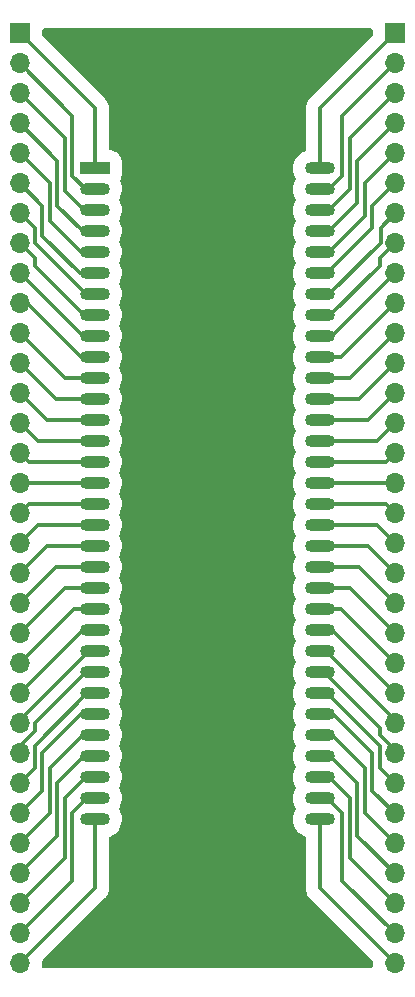
<source format=gbl>
G04 #@! TF.GenerationSoftware,KiCad,Pcbnew,(6.0.9)*
G04 #@! TF.CreationDate,2022-12-02T20:28:39-05:00*
G04 #@! TF.ProjectId,DIP 68 1.778mm adaptor,44495020-3638-4203-912e-3737386d6d20,rev?*
G04 #@! TF.SameCoordinates,Original*
G04 #@! TF.FileFunction,Copper,L2,Bot*
G04 #@! TF.FilePolarity,Positive*
%FSLAX46Y46*%
G04 Gerber Fmt 4.6, Leading zero omitted, Abs format (unit mm)*
G04 Created by KiCad (PCBNEW (6.0.9)) date 2022-12-02 20:28:39*
%MOMM*%
%LPD*%
G01*
G04 APERTURE LIST*
G04 #@! TA.AperFunction,ComponentPad*
%ADD10R,2.540000X1.016000*%
G04 #@! TD*
G04 #@! TA.AperFunction,ComponentPad*
%ADD11O,2.540000X1.016000*%
G04 #@! TD*
G04 #@! TA.AperFunction,ComponentPad*
%ADD12R,1.700000X1.700000*%
G04 #@! TD*
G04 #@! TA.AperFunction,ComponentPad*
%ADD13O,1.700000X1.700000*%
G04 #@! TD*
G04 #@! TA.AperFunction,Conductor*
%ADD14C,0.333000*%
G04 #@! TD*
G04 #@! TA.AperFunction,Conductor*
%ADD15C,0.250000*%
G04 #@! TD*
G04 APERTURE END LIST*
D10*
X118110000Y-57150000D03*
D11*
X118110000Y-58928000D03*
X118110000Y-60706000D03*
X118110000Y-62484000D03*
X118110000Y-64262000D03*
X118110000Y-66040000D03*
X118110000Y-67818000D03*
X118110000Y-69596000D03*
X118110000Y-71374000D03*
X118110000Y-73152000D03*
X118110000Y-74930000D03*
X118110000Y-76708000D03*
X118110000Y-78486000D03*
X118110000Y-80264000D03*
X118110000Y-82042000D03*
X118110000Y-83820000D03*
X118110000Y-85598000D03*
X118110000Y-87376000D03*
X118110000Y-89154000D03*
X118110000Y-90932000D03*
X118110000Y-92710000D03*
X118110000Y-94488000D03*
X118110000Y-96266000D03*
X118110000Y-98044000D03*
X118110000Y-99822000D03*
X118110000Y-101600000D03*
X118110000Y-103378000D03*
X118110000Y-105156000D03*
X118110000Y-106934000D03*
X118110000Y-108712000D03*
X118110000Y-110490000D03*
X118110000Y-112268000D03*
X137160000Y-112268000D03*
X137160000Y-110490000D03*
X137160000Y-108712000D03*
X137160000Y-106934000D03*
X137160000Y-105156000D03*
X137160000Y-103378000D03*
X137160000Y-101600000D03*
X137160000Y-99822000D03*
X137160000Y-98044000D03*
X137160000Y-96266000D03*
X137160000Y-94488000D03*
X137160000Y-92710000D03*
X137160000Y-90932000D03*
X137160000Y-89154000D03*
X137160000Y-87376000D03*
X137160000Y-85598000D03*
X137160000Y-83820000D03*
X137160000Y-82042000D03*
X137160000Y-80264000D03*
X137160000Y-78486000D03*
X137160000Y-76708000D03*
X137160000Y-74930000D03*
X137160000Y-73152000D03*
X137160000Y-71374000D03*
X137160000Y-69596000D03*
X137160000Y-67818000D03*
X137160000Y-66040000D03*
X137160000Y-64262000D03*
X137160000Y-62484000D03*
X137160000Y-60706000D03*
X137160000Y-58928000D03*
X137160000Y-57150000D03*
D12*
X143510000Y-45720000D03*
D13*
X143510000Y-48260000D03*
X143510000Y-50800000D03*
X143510000Y-53340000D03*
X143510000Y-55880000D03*
X143510000Y-58420000D03*
X143510000Y-60960000D03*
X143510000Y-63500000D03*
X143510000Y-66040000D03*
X143510000Y-68580000D03*
X143510000Y-71120000D03*
X143510000Y-73660000D03*
X143510000Y-76200000D03*
X143510000Y-78740000D03*
X143510000Y-81280000D03*
X143510000Y-83820000D03*
X143510000Y-86360000D03*
X143510000Y-88900000D03*
X143510000Y-91440000D03*
X143510000Y-93980000D03*
X143510000Y-96520000D03*
X143510000Y-99060000D03*
X143510000Y-101600000D03*
X143510000Y-104140000D03*
X143510000Y-106680000D03*
X143510000Y-109220000D03*
X143510000Y-111760000D03*
X143510000Y-114300000D03*
X143510000Y-116840000D03*
X143510000Y-119380000D03*
X143510000Y-121920000D03*
X143510000Y-124460000D03*
D12*
X111760000Y-45720000D03*
D13*
X111760000Y-48260000D03*
X111760000Y-50800000D03*
X111760000Y-53340000D03*
X111760000Y-55880000D03*
X111760000Y-58420000D03*
X111760000Y-60960000D03*
X111760000Y-63500000D03*
X111760000Y-66040000D03*
X111760000Y-68580000D03*
X111760000Y-71120000D03*
X111760000Y-73660000D03*
X111760000Y-76200000D03*
X111760000Y-78740000D03*
X111760000Y-81280000D03*
X111760000Y-83820000D03*
X111760000Y-86360000D03*
X111760000Y-88900000D03*
X111760000Y-91440000D03*
X111760000Y-93980000D03*
X111760000Y-96520000D03*
X111760000Y-99060000D03*
X111760000Y-101600000D03*
X111760000Y-104140000D03*
X111760000Y-106680000D03*
X111760000Y-109220000D03*
X111760000Y-111760000D03*
X111760000Y-114300000D03*
X111760000Y-116840000D03*
X111760000Y-119380000D03*
X111760000Y-121920000D03*
X111760000Y-124460000D03*
D14*
X111760000Y-45720000D02*
X118110000Y-52070000D01*
X118110000Y-52070000D02*
X118110000Y-57150000D01*
X116205000Y-52705000D02*
X116205000Y-57785000D01*
X117348000Y-58928000D02*
X118110000Y-58928000D01*
X116205000Y-57785000D02*
X117348000Y-58928000D01*
X111760000Y-48260000D02*
X116205000Y-52705000D01*
X115570000Y-59055000D02*
X117221000Y-60706000D01*
X115570000Y-54610000D02*
X111760000Y-50800000D01*
X115570000Y-54610000D02*
X115570000Y-59055000D01*
X117221000Y-60706000D02*
X118110000Y-60706000D01*
X114935000Y-60325000D02*
X114935000Y-56515000D01*
X117094000Y-62484000D02*
X114935000Y-60325000D01*
X118110000Y-62484000D02*
X117094000Y-62484000D01*
X114935000Y-56515000D02*
X111760000Y-53340000D01*
X116967000Y-64262000D02*
X114300000Y-61595000D01*
X114300000Y-58420000D02*
X111760000Y-55880000D01*
X118110000Y-64262000D02*
X116967000Y-64262000D01*
X114300000Y-61595000D02*
X114300000Y-58420000D01*
X116840000Y-66040000D02*
X113665000Y-62865000D01*
X118110000Y-66040000D02*
X116840000Y-66040000D01*
X113665000Y-60325000D02*
X111760000Y-58420000D01*
X113665000Y-62865000D02*
X113665000Y-60325000D01*
X113030000Y-62230000D02*
X113030000Y-63500000D01*
X113030000Y-63500000D02*
X117348000Y-67818000D01*
X111760000Y-60960000D02*
X113030000Y-62230000D01*
X117348000Y-67818000D02*
X118110000Y-67818000D01*
X111760000Y-63500000D02*
X113030000Y-64770000D01*
X118110000Y-69596000D02*
X117221000Y-69596000D01*
X113030000Y-65405000D02*
X113030000Y-64770000D01*
X117221000Y-69596000D02*
X113030000Y-65405000D01*
X111760000Y-66040000D02*
X117094000Y-71374000D01*
X117094000Y-71374000D02*
X118110000Y-71374000D01*
X116967000Y-73152000D02*
X112395000Y-68580000D01*
X112395000Y-68580000D02*
X111760000Y-68580000D01*
X118110000Y-73152000D02*
X116967000Y-73152000D01*
X115570000Y-74930000D02*
X118110000Y-74930000D01*
X111760000Y-71120000D02*
X115570000Y-74930000D01*
X114808000Y-76708000D02*
X118110000Y-76708000D01*
X111760000Y-73660000D02*
X114808000Y-76708000D01*
X114046000Y-78486000D02*
X118110000Y-78486000D01*
X111760000Y-76200000D02*
X114046000Y-78486000D01*
X113284000Y-80264000D02*
X118110000Y-80264000D01*
X111760000Y-78740000D02*
X113284000Y-80264000D01*
X111760000Y-81280000D02*
X112522000Y-82042000D01*
X112522000Y-82042000D02*
X118110000Y-82042000D01*
X118110000Y-83820000D02*
X111760000Y-83820000D01*
X112522000Y-85598000D02*
X111760000Y-86360000D01*
X118110000Y-85598000D02*
X112522000Y-85598000D01*
X118110000Y-87376000D02*
X113284000Y-87376000D01*
X113284000Y-87376000D02*
X111760000Y-88900000D01*
X118110000Y-89154000D02*
X114046000Y-89154000D01*
X114046000Y-89154000D02*
X111760000Y-91440000D01*
X114808000Y-90932000D02*
X111760000Y-93980000D01*
X118110000Y-90932000D02*
X114808000Y-90932000D01*
X118110000Y-92710000D02*
X115570000Y-92710000D01*
X115570000Y-92710000D02*
X111760000Y-96520000D01*
X118110000Y-94488000D02*
X116332000Y-94488000D01*
X116332000Y-94488000D02*
X111760000Y-99060000D01*
X118110000Y-96266000D02*
X117094000Y-96266000D01*
X117094000Y-96266000D02*
X111760000Y-101600000D01*
X111760000Y-104140000D02*
X111760000Y-103886000D01*
X118110000Y-98044000D02*
X117856000Y-98044000D01*
X111760000Y-103886000D02*
X117602000Y-98044000D01*
D15*
X117602000Y-98044000D02*
X118110000Y-98044000D01*
D14*
X113030000Y-104775000D02*
X113030000Y-104140000D01*
X113030000Y-104140000D02*
X117348000Y-99822000D01*
X111760000Y-106045000D02*
X113030000Y-104775000D01*
X117348000Y-99822000D02*
X118110000Y-99822000D01*
X111760000Y-106680000D02*
X111760000Y-106045000D01*
X117475000Y-101600000D02*
X118110000Y-101600000D01*
X113030000Y-107950000D02*
X113030000Y-106045000D01*
X111760000Y-109220000D02*
X113030000Y-107950000D01*
X113030000Y-106045000D02*
X117475000Y-101600000D01*
X111760000Y-111760000D02*
X113665000Y-109855000D01*
X113665000Y-109855000D02*
X113665000Y-106680000D01*
X116967000Y-103378000D02*
X118110000Y-103378000D01*
X113665000Y-106680000D02*
X116967000Y-103378000D01*
X111760000Y-114300000D02*
X114300000Y-111760000D01*
X117094000Y-105156000D02*
X118110000Y-105156000D01*
X114300000Y-107950000D02*
X117094000Y-105156000D01*
X114300000Y-111760000D02*
X114300000Y-107950000D01*
X114935000Y-109220000D02*
X117221000Y-106934000D01*
X117221000Y-106934000D02*
X118110000Y-106934000D01*
X111760000Y-116840000D02*
X114935000Y-113665000D01*
X114935000Y-113665000D02*
X114935000Y-109220000D01*
X111760000Y-119380000D02*
X115570000Y-115570000D01*
X115570000Y-110490000D02*
X117348000Y-108712000D01*
X115570000Y-115570000D02*
X115570000Y-110490000D01*
X117348000Y-108712000D02*
X118110000Y-108712000D01*
X116205000Y-111760000D02*
X117475000Y-110490000D01*
X111760000Y-121920000D02*
X116205000Y-117475000D01*
X117475000Y-110490000D02*
X118110000Y-110490000D01*
X116205000Y-112174270D02*
X116205000Y-111760000D01*
X116205000Y-117475000D02*
X116205000Y-112174270D01*
X118110000Y-118110000D02*
X118110000Y-112268000D01*
X111760000Y-124460000D02*
X118110000Y-118110000D01*
X137160000Y-52070000D02*
X137160000Y-57150000D01*
X143510000Y-45720000D02*
X137160000Y-52070000D01*
X139065000Y-57785000D02*
X139065000Y-52705000D01*
X139065000Y-52705000D02*
X143510000Y-48260000D01*
X137160000Y-58928000D02*
X137922000Y-58928000D01*
X137922000Y-58928000D02*
X139065000Y-57785000D01*
X139700000Y-58928000D02*
X139700000Y-54610000D01*
X137922000Y-60706000D02*
X139700000Y-58928000D01*
X137160000Y-60706000D02*
X137922000Y-60706000D01*
X139700000Y-54610000D02*
X143510000Y-50800000D01*
X137922000Y-62484000D02*
X140335000Y-60071000D01*
X140335000Y-56515000D02*
X143510000Y-53340000D01*
X137160000Y-62484000D02*
X137922000Y-62484000D01*
X140335000Y-60071000D02*
X140335000Y-56515000D01*
X137160000Y-64262000D02*
X137922000Y-64262000D01*
X137922000Y-64262000D02*
X140970000Y-61214000D01*
X140970000Y-61214000D02*
X140970000Y-58420000D01*
X140970000Y-58420000D02*
X143510000Y-55880000D01*
X137160000Y-66040000D02*
X137795000Y-66040000D01*
X141605000Y-62230000D02*
X141605000Y-60325000D01*
X141605000Y-60325000D02*
X143510000Y-58420000D01*
X137795000Y-66040000D02*
X141605000Y-62230000D01*
X142293500Y-63446500D02*
X137922000Y-67818000D01*
X143510000Y-60960000D02*
X142293500Y-62176500D01*
X137922000Y-67818000D02*
X137160000Y-67818000D01*
X142293500Y-62176500D02*
X142293500Y-63446500D01*
X138049000Y-69596000D02*
X137160000Y-69596000D01*
X143510000Y-63500000D02*
X142240000Y-64770000D01*
X142240000Y-64770000D02*
X142240000Y-65405000D01*
X142240000Y-65405000D02*
X138049000Y-69596000D01*
X143510000Y-66040000D02*
X138176000Y-71374000D01*
X138176000Y-71374000D02*
X137160000Y-71374000D01*
X143510000Y-68580000D02*
X138938000Y-73152000D01*
X138938000Y-73152000D02*
X137160000Y-73152000D01*
X143510000Y-71120000D02*
X139700000Y-74930000D01*
X139700000Y-74930000D02*
X137160000Y-74930000D01*
X143510000Y-73660000D02*
X140462000Y-76708000D01*
X140462000Y-76708000D02*
X137160000Y-76708000D01*
X143510000Y-76200000D02*
X141224000Y-78486000D01*
X141224000Y-78486000D02*
X137160000Y-78486000D01*
X143510000Y-78740000D02*
X141986000Y-80264000D01*
X141986000Y-80264000D02*
X137160000Y-80264000D01*
X143510000Y-81280000D02*
X142748000Y-82042000D01*
X142748000Y-82042000D02*
X137160000Y-82042000D01*
X137160000Y-83820000D02*
X143510000Y-83820000D01*
X142748000Y-85598000D02*
X137160000Y-85598000D01*
X143510000Y-86360000D02*
X142748000Y-85598000D01*
X141986000Y-87376000D02*
X137160000Y-87376000D01*
X143510000Y-88900000D02*
X141986000Y-87376000D01*
X143510000Y-91440000D02*
X141224000Y-89154000D01*
X141224000Y-89154000D02*
X137160000Y-89154000D01*
X143510000Y-93980000D02*
X140462000Y-90932000D01*
X140462000Y-90932000D02*
X137160000Y-90932000D01*
X143510000Y-96520000D02*
X139700000Y-92710000D01*
X139700000Y-92710000D02*
X137160000Y-92710000D01*
X138938000Y-94488000D02*
X137160000Y-94488000D01*
X143510000Y-99060000D02*
X138938000Y-94488000D01*
X138176000Y-96266000D02*
X137160000Y-96266000D01*
X143510000Y-101600000D02*
X138176000Y-96266000D01*
X137160000Y-98044000D02*
X137668000Y-98044000D01*
X143510000Y-103886000D02*
X143510000Y-104140000D01*
X137668000Y-98044000D02*
X143510000Y-103886000D01*
X142240000Y-104521000D02*
X137541000Y-99822000D01*
X143510000Y-106426000D02*
X142240000Y-105156000D01*
X143510000Y-106680000D02*
X143510000Y-106426000D01*
X137541000Y-99822000D02*
X137160000Y-99822000D01*
X142240000Y-105156000D02*
X142240000Y-104521000D01*
X137160000Y-101600000D02*
X137795000Y-101600000D01*
X142240000Y-106045000D02*
X142240000Y-107950000D01*
X137795000Y-101600000D02*
X142240000Y-106045000D01*
X142240000Y-107950000D02*
X143510000Y-109220000D01*
X137160000Y-103378000D02*
X138303000Y-103378000D01*
X141605000Y-106680000D02*
X141605000Y-109855000D01*
X138303000Y-103378000D02*
X141605000Y-106680000D01*
X141605000Y-109855000D02*
X143510000Y-111760000D01*
X140970000Y-107950000D02*
X140970000Y-111760000D01*
X140970000Y-111760000D02*
X143510000Y-114300000D01*
X138176000Y-105156000D02*
X140970000Y-107950000D01*
X137160000Y-105156000D02*
X138176000Y-105156000D01*
X140335000Y-113665000D02*
X143510000Y-116840000D01*
X140335000Y-109220000D02*
X140335000Y-113665000D01*
X137160000Y-106934000D02*
X138049000Y-106934000D01*
X138049000Y-106934000D02*
X140335000Y-109220000D01*
X137922000Y-108712000D02*
X139700000Y-110490000D01*
X139700000Y-110490000D02*
X139700000Y-115570000D01*
X139700000Y-115570000D02*
X143510000Y-119380000D01*
X137160000Y-108712000D02*
X137922000Y-108712000D01*
X137795000Y-110490000D02*
X139065000Y-111760000D01*
X137160000Y-110490000D02*
X137795000Y-110490000D01*
X139065000Y-117475000D02*
X143510000Y-121920000D01*
X139065000Y-111760000D02*
X139065000Y-117475000D01*
X137160000Y-118110000D02*
X137160000Y-112268000D01*
X143510000Y-124460000D02*
X137160000Y-118110000D01*
G04 #@! TA.AperFunction,NonConductor*
G36*
X141487319Y-45295258D02*
G01*
X141569398Y-45350102D01*
X141624242Y-45432181D01*
X141643500Y-45529000D01*
X141643500Y-45808689D01*
X141624242Y-45905508D01*
X141569398Y-45987587D01*
X136357630Y-51199355D01*
X136345564Y-51210656D01*
X136298206Y-51252188D01*
X136242511Y-51322837D01*
X136238399Y-51327915D01*
X136180882Y-51397071D01*
X136175216Y-51407189D01*
X136174485Y-51408252D01*
X136173472Y-51409627D01*
X136172368Y-51411279D01*
X136171483Y-51412745D01*
X136170783Y-51413823D01*
X136163602Y-51422932D01*
X136121727Y-51502524D01*
X136118591Y-51508299D01*
X136074646Y-51586769D01*
X136070914Y-51597763D01*
X136070405Y-51598907D01*
X136069646Y-51600472D01*
X136068865Y-51602289D01*
X136068264Y-51603885D01*
X136067768Y-51605083D01*
X136062368Y-51615346D01*
X136058929Y-51626422D01*
X136035695Y-51701250D01*
X136033653Y-51707532D01*
X136004759Y-51792652D01*
X136003094Y-51804131D01*
X136002796Y-51805374D01*
X136002336Y-51807047D01*
X136001904Y-51808957D01*
X136001604Y-51810637D01*
X136001334Y-51811909D01*
X135997894Y-51822987D01*
X135995955Y-51839369D01*
X135987326Y-51912271D01*
X135986462Y-51918835D01*
X135973560Y-52007821D01*
X135974015Y-52019405D01*
X135974015Y-52019407D01*
X135976805Y-52090411D01*
X135977000Y-52100344D01*
X135977000Y-55505054D01*
X135957742Y-55601873D01*
X135902898Y-55683952D01*
X135822856Y-55737941D01*
X135689407Y-55794587D01*
X135680813Y-55799999D01*
X135680811Y-55800000D01*
X135490418Y-55919896D01*
X135490412Y-55919900D01*
X135481817Y-55925313D01*
X135297799Y-56087548D01*
X135142085Y-56277116D01*
X135136980Y-56285887D01*
X135136976Y-56285893D01*
X135023790Y-56480367D01*
X135018683Y-56489142D01*
X134930768Y-56718170D01*
X134880600Y-56958308D01*
X134869472Y-57203377D01*
X134897668Y-57447074D01*
X134964465Y-57683127D01*
X134968759Y-57692337D01*
X134968760Y-57692338D01*
X135063844Y-57896248D01*
X135063847Y-57896253D01*
X135068142Y-57905464D01*
X135073857Y-57913873D01*
X135076303Y-57918179D01*
X135107380Y-58011876D01*
X135100236Y-58110332D01*
X135074982Y-58170409D01*
X135027967Y-58251191D01*
X135018683Y-58267142D01*
X134930768Y-58496170D01*
X134880600Y-58736308D01*
X134869472Y-58981377D01*
X134897668Y-59225074D01*
X134900434Y-59234848D01*
X134900434Y-59234849D01*
X134938485Y-59369315D01*
X134964465Y-59461127D01*
X134968759Y-59470337D01*
X134968760Y-59470338D01*
X135063844Y-59674248D01*
X135063847Y-59674253D01*
X135068142Y-59683464D01*
X135073857Y-59691873D01*
X135076303Y-59696179D01*
X135107380Y-59789876D01*
X135100236Y-59888332D01*
X135074982Y-59948409D01*
X135023793Y-60036362D01*
X135018683Y-60045142D01*
X134930768Y-60274170D01*
X134880600Y-60514308D01*
X134869472Y-60759377D01*
X134897668Y-61003074D01*
X134900434Y-61012848D01*
X134900434Y-61012849D01*
X134938485Y-61147315D01*
X134964465Y-61239127D01*
X134968759Y-61248337D01*
X134968760Y-61248338D01*
X135063844Y-61452248D01*
X135063847Y-61452253D01*
X135068142Y-61461464D01*
X135073857Y-61469873D01*
X135076303Y-61474179D01*
X135107380Y-61567876D01*
X135100236Y-61666332D01*
X135074982Y-61726409D01*
X135023793Y-61814362D01*
X135018683Y-61823142D01*
X134930768Y-62052170D01*
X134880600Y-62292308D01*
X134869472Y-62537377D01*
X134897668Y-62781074D01*
X134900434Y-62790848D01*
X134900434Y-62790849D01*
X134938485Y-62925315D01*
X134964465Y-63017127D01*
X134968759Y-63026337D01*
X134968760Y-63026338D01*
X135063844Y-63230248D01*
X135063847Y-63230253D01*
X135068142Y-63239464D01*
X135073857Y-63247873D01*
X135076303Y-63252179D01*
X135107380Y-63345876D01*
X135100236Y-63444332D01*
X135074982Y-63504409D01*
X135023793Y-63592362D01*
X135018683Y-63601142D01*
X134930768Y-63830170D01*
X134880600Y-64070308D01*
X134869472Y-64315377D01*
X134897668Y-64559074D01*
X134900434Y-64568848D01*
X134900434Y-64568849D01*
X134938485Y-64703315D01*
X134964465Y-64795127D01*
X134968759Y-64804337D01*
X134968760Y-64804338D01*
X135063844Y-65008248D01*
X135063847Y-65008253D01*
X135068142Y-65017464D01*
X135073857Y-65025873D01*
X135076303Y-65030179D01*
X135107380Y-65123876D01*
X135100236Y-65222332D01*
X135074982Y-65282409D01*
X135023793Y-65370362D01*
X135018683Y-65379142D01*
X134930768Y-65608170D01*
X134880600Y-65848308D01*
X134869472Y-66093377D01*
X134897668Y-66337074D01*
X134900434Y-66346848D01*
X134900434Y-66346849D01*
X134938485Y-66481315D01*
X134964465Y-66573127D01*
X134968759Y-66582337D01*
X134968760Y-66582338D01*
X135063844Y-66786248D01*
X135063847Y-66786253D01*
X135068142Y-66795464D01*
X135073857Y-66803873D01*
X135076303Y-66808179D01*
X135107380Y-66901876D01*
X135100236Y-67000332D01*
X135074982Y-67060409D01*
X135023793Y-67148362D01*
X135018683Y-67157142D01*
X134930768Y-67386170D01*
X134880600Y-67626308D01*
X134869472Y-67871377D01*
X134897668Y-68115074D01*
X134900434Y-68124848D01*
X134900434Y-68124849D01*
X134938485Y-68259315D01*
X134964465Y-68351127D01*
X134968759Y-68360337D01*
X134968760Y-68360338D01*
X135063844Y-68564248D01*
X135063847Y-68564253D01*
X135068142Y-68573464D01*
X135073857Y-68581873D01*
X135076303Y-68586179D01*
X135107380Y-68679876D01*
X135100236Y-68778332D01*
X135074982Y-68838409D01*
X135023793Y-68926362D01*
X135018683Y-68935142D01*
X134930768Y-69164170D01*
X134880600Y-69404308D01*
X134869472Y-69649377D01*
X134897668Y-69893074D01*
X134900434Y-69902848D01*
X134900434Y-69902849D01*
X134938485Y-70037315D01*
X134964465Y-70129127D01*
X134968759Y-70138337D01*
X134968760Y-70138338D01*
X135063844Y-70342248D01*
X135063847Y-70342253D01*
X135068142Y-70351464D01*
X135073857Y-70359873D01*
X135076303Y-70364179D01*
X135107380Y-70457876D01*
X135100236Y-70556332D01*
X135074982Y-70616409D01*
X135023793Y-70704362D01*
X135018683Y-70713142D01*
X134930768Y-70942170D01*
X134880600Y-71182308D01*
X134869472Y-71427377D01*
X134897668Y-71671074D01*
X134900434Y-71680848D01*
X134900434Y-71680849D01*
X134938485Y-71815315D01*
X134964465Y-71907127D01*
X134968759Y-71916337D01*
X134968760Y-71916338D01*
X135063844Y-72120248D01*
X135063847Y-72120253D01*
X135068142Y-72129464D01*
X135073857Y-72137873D01*
X135076303Y-72142179D01*
X135107380Y-72235876D01*
X135100236Y-72334332D01*
X135074982Y-72394409D01*
X135023793Y-72482362D01*
X135018683Y-72491142D01*
X134930768Y-72720170D01*
X134880600Y-72960308D01*
X134869472Y-73205377D01*
X134897668Y-73449074D01*
X134900434Y-73458848D01*
X134900434Y-73458849D01*
X134938485Y-73593315D01*
X134964465Y-73685127D01*
X134968759Y-73694337D01*
X134968760Y-73694338D01*
X135063844Y-73898248D01*
X135063847Y-73898253D01*
X135068142Y-73907464D01*
X135073857Y-73915873D01*
X135076303Y-73920179D01*
X135107380Y-74013876D01*
X135100236Y-74112332D01*
X135074982Y-74172409D01*
X135023793Y-74260362D01*
X135018683Y-74269142D01*
X134930768Y-74498170D01*
X134880600Y-74738308D01*
X134869472Y-74983377D01*
X134897668Y-75227074D01*
X134900434Y-75236848D01*
X134900434Y-75236849D01*
X134938485Y-75371315D01*
X134964465Y-75463127D01*
X134968759Y-75472337D01*
X134968760Y-75472338D01*
X135063844Y-75676248D01*
X135063847Y-75676253D01*
X135068142Y-75685464D01*
X135073857Y-75693873D01*
X135076303Y-75698179D01*
X135107380Y-75791876D01*
X135100236Y-75890332D01*
X135074982Y-75950409D01*
X135023793Y-76038362D01*
X135018683Y-76047142D01*
X134930768Y-76276170D01*
X134880600Y-76516308D01*
X134869472Y-76761377D01*
X134897668Y-77005074D01*
X134900434Y-77014848D01*
X134900434Y-77014849D01*
X134938485Y-77149315D01*
X134964465Y-77241127D01*
X134968759Y-77250337D01*
X134968760Y-77250338D01*
X135063844Y-77454248D01*
X135063847Y-77454253D01*
X135068142Y-77463464D01*
X135073857Y-77471873D01*
X135076303Y-77476179D01*
X135107380Y-77569876D01*
X135100236Y-77668332D01*
X135074982Y-77728409D01*
X135023793Y-77816362D01*
X135018683Y-77825142D01*
X134930768Y-78054170D01*
X134880600Y-78294308D01*
X134869472Y-78539377D01*
X134897668Y-78783074D01*
X134900434Y-78792848D01*
X134900434Y-78792849D01*
X134938485Y-78927315D01*
X134964465Y-79019127D01*
X134968759Y-79028337D01*
X134968760Y-79028338D01*
X135063844Y-79232248D01*
X135063847Y-79232253D01*
X135068142Y-79241464D01*
X135073857Y-79249873D01*
X135076303Y-79254179D01*
X135107380Y-79347876D01*
X135100236Y-79446332D01*
X135074982Y-79506409D01*
X135023793Y-79594362D01*
X135018683Y-79603142D01*
X134930768Y-79832170D01*
X134880600Y-80072308D01*
X134869472Y-80317377D01*
X134897668Y-80561074D01*
X134900434Y-80570848D01*
X134900434Y-80570849D01*
X134938485Y-80705315D01*
X134964465Y-80797127D01*
X134968759Y-80806337D01*
X134968760Y-80806338D01*
X135063844Y-81010248D01*
X135063847Y-81010253D01*
X135068142Y-81019464D01*
X135073857Y-81027873D01*
X135076303Y-81032179D01*
X135107380Y-81125876D01*
X135100236Y-81224332D01*
X135074982Y-81284409D01*
X135023793Y-81372362D01*
X135018683Y-81381142D01*
X134930768Y-81610170D01*
X134880600Y-81850308D01*
X134869472Y-82095377D01*
X134897668Y-82339074D01*
X134900434Y-82348848D01*
X134900434Y-82348849D01*
X134938485Y-82483315D01*
X134964465Y-82575127D01*
X134968759Y-82584337D01*
X134968760Y-82584338D01*
X135063844Y-82788248D01*
X135063847Y-82788253D01*
X135068142Y-82797464D01*
X135073857Y-82805873D01*
X135076303Y-82810179D01*
X135107380Y-82903876D01*
X135100236Y-83002332D01*
X135074982Y-83062409D01*
X135023793Y-83150362D01*
X135018683Y-83159142D01*
X134930768Y-83388170D01*
X134880600Y-83628308D01*
X134869472Y-83873377D01*
X134897668Y-84117074D01*
X134900434Y-84126848D01*
X134900434Y-84126849D01*
X134938485Y-84261315D01*
X134964465Y-84353127D01*
X134968759Y-84362337D01*
X134968760Y-84362338D01*
X135063844Y-84566248D01*
X135063847Y-84566253D01*
X135068142Y-84575464D01*
X135073857Y-84583873D01*
X135076303Y-84588179D01*
X135107380Y-84681876D01*
X135100236Y-84780332D01*
X135074982Y-84840409D01*
X135023793Y-84928362D01*
X135018683Y-84937142D01*
X134930768Y-85166170D01*
X134880600Y-85406308D01*
X134869472Y-85651377D01*
X134897668Y-85895074D01*
X134900434Y-85904848D01*
X134900434Y-85904849D01*
X134938485Y-86039315D01*
X134964465Y-86131127D01*
X134968759Y-86140337D01*
X134968760Y-86140338D01*
X135063844Y-86344248D01*
X135063847Y-86344253D01*
X135068142Y-86353464D01*
X135073857Y-86361873D01*
X135076303Y-86366179D01*
X135107380Y-86459876D01*
X135100236Y-86558332D01*
X135074982Y-86618409D01*
X135023793Y-86706362D01*
X135018683Y-86715142D01*
X134930768Y-86944170D01*
X134880600Y-87184308D01*
X134869472Y-87429377D01*
X134897668Y-87673074D01*
X134900434Y-87682848D01*
X134900434Y-87682849D01*
X134938485Y-87817315D01*
X134964465Y-87909127D01*
X134968759Y-87918337D01*
X134968760Y-87918338D01*
X135063844Y-88122248D01*
X135063847Y-88122253D01*
X135068142Y-88131464D01*
X135073857Y-88139873D01*
X135076303Y-88144179D01*
X135107380Y-88237876D01*
X135100236Y-88336332D01*
X135074982Y-88396409D01*
X135023793Y-88484362D01*
X135018683Y-88493142D01*
X134930768Y-88722170D01*
X134880600Y-88962308D01*
X134869472Y-89207377D01*
X134897668Y-89451074D01*
X134900434Y-89460848D01*
X134900434Y-89460849D01*
X134938485Y-89595315D01*
X134964465Y-89687127D01*
X134968759Y-89696337D01*
X134968760Y-89696338D01*
X135063844Y-89900248D01*
X135063847Y-89900253D01*
X135068142Y-89909464D01*
X135073857Y-89917873D01*
X135076303Y-89922179D01*
X135107380Y-90015876D01*
X135100236Y-90114332D01*
X135074982Y-90174409D01*
X135023793Y-90262362D01*
X135018683Y-90271142D01*
X134930768Y-90500170D01*
X134880600Y-90740308D01*
X134869472Y-90985377D01*
X134897668Y-91229074D01*
X134900434Y-91238848D01*
X134900434Y-91238849D01*
X134938485Y-91373315D01*
X134964465Y-91465127D01*
X134968759Y-91474337D01*
X134968760Y-91474338D01*
X135063844Y-91678248D01*
X135063847Y-91678253D01*
X135068142Y-91687464D01*
X135073857Y-91695873D01*
X135076303Y-91700179D01*
X135107380Y-91793876D01*
X135100236Y-91892332D01*
X135074982Y-91952409D01*
X135023793Y-92040362D01*
X135018683Y-92049142D01*
X134930768Y-92278170D01*
X134880600Y-92518308D01*
X134869472Y-92763377D01*
X134897668Y-93007074D01*
X134900434Y-93016848D01*
X134900434Y-93016849D01*
X134938485Y-93151315D01*
X134964465Y-93243127D01*
X134968759Y-93252337D01*
X134968760Y-93252338D01*
X135063844Y-93456248D01*
X135063847Y-93456253D01*
X135068142Y-93465464D01*
X135073857Y-93473873D01*
X135076303Y-93478179D01*
X135107380Y-93571876D01*
X135100236Y-93670332D01*
X135074982Y-93730409D01*
X135023793Y-93818362D01*
X135018683Y-93827142D01*
X134930768Y-94056170D01*
X134880600Y-94296308D01*
X134869472Y-94541377D01*
X134897668Y-94785074D01*
X134900434Y-94794848D01*
X134900434Y-94794849D01*
X134938485Y-94929315D01*
X134964465Y-95021127D01*
X134968759Y-95030337D01*
X134968760Y-95030338D01*
X135063844Y-95234248D01*
X135063847Y-95234253D01*
X135068142Y-95243464D01*
X135073857Y-95251873D01*
X135076303Y-95256179D01*
X135107380Y-95349876D01*
X135100236Y-95448332D01*
X135074982Y-95508409D01*
X135023793Y-95596362D01*
X135018683Y-95605142D01*
X134930768Y-95834170D01*
X134880600Y-96074308D01*
X134869472Y-96319377D01*
X134897668Y-96563074D01*
X134900434Y-96572848D01*
X134900434Y-96572849D01*
X134938485Y-96707315D01*
X134964465Y-96799127D01*
X134968759Y-96808337D01*
X134968760Y-96808338D01*
X135063844Y-97012248D01*
X135063847Y-97012253D01*
X135068142Y-97021464D01*
X135073857Y-97029873D01*
X135076303Y-97034179D01*
X135107380Y-97127876D01*
X135100236Y-97226332D01*
X135074982Y-97286409D01*
X135023793Y-97374362D01*
X135018683Y-97383142D01*
X134930768Y-97612170D01*
X134880600Y-97852308D01*
X134869472Y-98097377D01*
X134897668Y-98341074D01*
X134900434Y-98350848D01*
X134900434Y-98350849D01*
X134938485Y-98485315D01*
X134964465Y-98577127D01*
X134968759Y-98586337D01*
X134968760Y-98586338D01*
X135063844Y-98790248D01*
X135063847Y-98790253D01*
X135068142Y-98799464D01*
X135073857Y-98807873D01*
X135076303Y-98812179D01*
X135107380Y-98905876D01*
X135100236Y-99004332D01*
X135074982Y-99064409D01*
X135023793Y-99152362D01*
X135018683Y-99161142D01*
X134930768Y-99390170D01*
X134880600Y-99630308D01*
X134869472Y-99875377D01*
X134897668Y-100119074D01*
X134900434Y-100128848D01*
X134900434Y-100128849D01*
X134938485Y-100263315D01*
X134964465Y-100355127D01*
X134968759Y-100364337D01*
X134968760Y-100364338D01*
X135063844Y-100568248D01*
X135063847Y-100568253D01*
X135068142Y-100577464D01*
X135073857Y-100585873D01*
X135076303Y-100590179D01*
X135107380Y-100683876D01*
X135100236Y-100782332D01*
X135074982Y-100842409D01*
X135023793Y-100930362D01*
X135018683Y-100939142D01*
X134930768Y-101168170D01*
X134880600Y-101408308D01*
X134869472Y-101653377D01*
X134897668Y-101897074D01*
X134900434Y-101906848D01*
X134900434Y-101906849D01*
X134938485Y-102041315D01*
X134964465Y-102133127D01*
X134968759Y-102142337D01*
X134968760Y-102142338D01*
X135063844Y-102346248D01*
X135063847Y-102346253D01*
X135068142Y-102355464D01*
X135073857Y-102363873D01*
X135076303Y-102368179D01*
X135107380Y-102461876D01*
X135100236Y-102560332D01*
X135074982Y-102620409D01*
X135023793Y-102708362D01*
X135018683Y-102717142D01*
X134930768Y-102946170D01*
X134880600Y-103186308D01*
X134869472Y-103431377D01*
X134897668Y-103675074D01*
X134900434Y-103684848D01*
X134900434Y-103684849D01*
X134938485Y-103819315D01*
X134964465Y-103911127D01*
X134968759Y-103920337D01*
X134968760Y-103920338D01*
X135063844Y-104124248D01*
X135063847Y-104124253D01*
X135068142Y-104133464D01*
X135073857Y-104141873D01*
X135076303Y-104146179D01*
X135107380Y-104239876D01*
X135100236Y-104338332D01*
X135074982Y-104398409D01*
X135023793Y-104486362D01*
X135018683Y-104495142D01*
X134930768Y-104724170D01*
X134880600Y-104964308D01*
X134869472Y-105209377D01*
X134897668Y-105453074D01*
X134900434Y-105462848D01*
X134900434Y-105462849D01*
X134938485Y-105597315D01*
X134964465Y-105689127D01*
X134968759Y-105698337D01*
X134968760Y-105698338D01*
X135063844Y-105902248D01*
X135063847Y-105902253D01*
X135068142Y-105911464D01*
X135073857Y-105919873D01*
X135076303Y-105924179D01*
X135107380Y-106017876D01*
X135100236Y-106116332D01*
X135074982Y-106176409D01*
X135023793Y-106264362D01*
X135018683Y-106273142D01*
X134930768Y-106502170D01*
X134880600Y-106742308D01*
X134869472Y-106987377D01*
X134897668Y-107231074D01*
X134900434Y-107240848D01*
X134900434Y-107240849D01*
X134938485Y-107375315D01*
X134964465Y-107467127D01*
X134968759Y-107476337D01*
X134968760Y-107476338D01*
X135063844Y-107680248D01*
X135063847Y-107680253D01*
X135068142Y-107689464D01*
X135073857Y-107697873D01*
X135076303Y-107702179D01*
X135107380Y-107795876D01*
X135100236Y-107894332D01*
X135074982Y-107954409D01*
X135023793Y-108042362D01*
X135018683Y-108051142D01*
X134930768Y-108280170D01*
X134880600Y-108520308D01*
X134869472Y-108765377D01*
X134897668Y-109009074D01*
X134900434Y-109018848D01*
X134900434Y-109018849D01*
X134938485Y-109153315D01*
X134964465Y-109245127D01*
X134968759Y-109254337D01*
X134968760Y-109254338D01*
X135063844Y-109458248D01*
X135063847Y-109458253D01*
X135068142Y-109467464D01*
X135073857Y-109475873D01*
X135076303Y-109480179D01*
X135107380Y-109573876D01*
X135100236Y-109672332D01*
X135074982Y-109732409D01*
X135023793Y-109820362D01*
X135018683Y-109829142D01*
X134930768Y-110058170D01*
X134880600Y-110298308D01*
X134869472Y-110543377D01*
X134897668Y-110787074D01*
X134900434Y-110796848D01*
X134900434Y-110796849D01*
X134938485Y-110931315D01*
X134964465Y-111023127D01*
X134968759Y-111032337D01*
X134968760Y-111032338D01*
X135063844Y-111236248D01*
X135063847Y-111236253D01*
X135068142Y-111245464D01*
X135073857Y-111253873D01*
X135076303Y-111258179D01*
X135107380Y-111351876D01*
X135100236Y-111450332D01*
X135074982Y-111510409D01*
X135023793Y-111598362D01*
X135018683Y-111607142D01*
X134930768Y-111836170D01*
X134880600Y-112076308D01*
X134869472Y-112321377D01*
X134897668Y-112565074D01*
X134900434Y-112574848D01*
X134900434Y-112574849D01*
X134938485Y-112709315D01*
X134964465Y-112801127D01*
X134968759Y-112810337D01*
X134968760Y-112810338D01*
X135028119Y-112937633D01*
X135068142Y-113023464D01*
X135073851Y-113031865D01*
X135073853Y-113031868D01*
X135200322Y-113217961D01*
X135200326Y-113217966D01*
X135206034Y-113226365D01*
X135213015Y-113233747D01*
X135213018Y-113233751D01*
X135297040Y-113322601D01*
X135374592Y-113404610D01*
X135382657Y-113410776D01*
X135382659Y-113410778D01*
X135561414Y-113547447D01*
X135569479Y-113553613D01*
X135785682Y-113669540D01*
X135806371Y-113676664D01*
X135891642Y-113726392D01*
X135951394Y-113804970D01*
X135976528Y-113900433D01*
X135977000Y-113915879D01*
X135977000Y-118061709D01*
X135976458Y-118078256D01*
X135972339Y-118141100D01*
X135973702Y-118152615D01*
X135973702Y-118152620D01*
X135982903Y-118230359D01*
X135983596Y-118236944D01*
X135986427Y-118267748D01*
X135991826Y-118326508D01*
X135994970Y-118337658D01*
X135995209Y-118338946D01*
X135995465Y-118340631D01*
X135995846Y-118342549D01*
X135996261Y-118344227D01*
X135996530Y-118345491D01*
X135997894Y-118357014D01*
X136024576Y-118442943D01*
X136026441Y-118449242D01*
X136047693Y-118524598D01*
X136047695Y-118524603D01*
X136050843Y-118535765D01*
X136055973Y-118546169D01*
X136056430Y-118547358D01*
X136056997Y-118548992D01*
X136057727Y-118550822D01*
X136058431Y-118552376D01*
X136058928Y-118553576D01*
X136062368Y-118564654D01*
X136097692Y-118631794D01*
X136104245Y-118644249D01*
X136107252Y-118650151D01*
X136147006Y-118730764D01*
X136153942Y-118740052D01*
X136154617Y-118741154D01*
X136155463Y-118742642D01*
X136156519Y-118744316D01*
X136157505Y-118745730D01*
X136158200Y-118746800D01*
X136163602Y-118757068D01*
X136175165Y-118771735D01*
X136219278Y-118827693D01*
X136223293Y-118832925D01*
X136277093Y-118904973D01*
X136285612Y-118912848D01*
X136285614Y-118912850D01*
X136337785Y-118961076D01*
X136344947Y-118967962D01*
X141567488Y-124190503D01*
X141622332Y-124272582D01*
X141641590Y-124369401D01*
X141640800Y-124384868D01*
X141640566Y-124392335D01*
X141639655Y-124401222D01*
X141640006Y-124410154D01*
X141649079Y-124641067D01*
X141633637Y-124738567D01*
X141582058Y-124822736D01*
X141502195Y-124880760D01*
X141406207Y-124903805D01*
X141396274Y-124904000D01*
X113872974Y-124904000D01*
X113776155Y-124884742D01*
X113694076Y-124829898D01*
X113639232Y-124747819D01*
X113619974Y-124651000D01*
X113622226Y-124617319D01*
X113626715Y-124583899D01*
X113627575Y-124577498D01*
X113631268Y-124460000D01*
X113627739Y-124410154D01*
X113626312Y-124389999D01*
X113638684Y-124292061D01*
X113687594Y-124206314D01*
X113699782Y-124193233D01*
X118912370Y-118980645D01*
X118924436Y-118969344D01*
X118971794Y-118927812D01*
X118978977Y-118918700D01*
X118978983Y-118918694D01*
X119027448Y-118857216D01*
X119031617Y-118852067D01*
X119081698Y-118791852D01*
X119081700Y-118791849D01*
X119089118Y-118782930D01*
X119094788Y-118772806D01*
X119095524Y-118771735D01*
X119096548Y-118770345D01*
X119097623Y-118768736D01*
X119098519Y-118767252D01*
X119099217Y-118766177D01*
X119106398Y-118757068D01*
X119148286Y-118677452D01*
X119151421Y-118671678D01*
X119189688Y-118603349D01*
X119189689Y-118603346D01*
X119195354Y-118593231D01*
X119199082Y-118582249D01*
X119199607Y-118581070D01*
X119200357Y-118579524D01*
X119201128Y-118577730D01*
X119201736Y-118576114D01*
X119202229Y-118574924D01*
X119207632Y-118564654D01*
X119234300Y-118478768D01*
X119236347Y-118472468D01*
X119261511Y-118398337D01*
X119265241Y-118387349D01*
X119266906Y-118375868D01*
X119267203Y-118374630D01*
X119267664Y-118372953D01*
X119268094Y-118371051D01*
X119268394Y-118369373D01*
X119268667Y-118368089D01*
X119272106Y-118357013D01*
X119273620Y-118344227D01*
X119282671Y-118267748D01*
X119283535Y-118261180D01*
X119294776Y-118183652D01*
X119296440Y-118172179D01*
X119293195Y-118089589D01*
X119293000Y-118079656D01*
X119293000Y-113912946D01*
X119312258Y-113816127D01*
X119367102Y-113734048D01*
X119447144Y-113680059D01*
X119580593Y-113623413D01*
X119589189Y-113618000D01*
X119779582Y-113498104D01*
X119779588Y-113498100D01*
X119788183Y-113492687D01*
X119972201Y-113330452D01*
X120127915Y-113140884D01*
X120133020Y-113132113D01*
X120133024Y-113132107D01*
X120246210Y-112937633D01*
X120246211Y-112937631D01*
X120251317Y-112928858D01*
X120339232Y-112699830D01*
X120389400Y-112459692D01*
X120400528Y-112214623D01*
X120372332Y-111970926D01*
X120337015Y-111846118D01*
X120308302Y-111744650D01*
X120308301Y-111744646D01*
X120305535Y-111734873D01*
X120250394Y-111616622D01*
X120206156Y-111521752D01*
X120206153Y-111521747D01*
X120201858Y-111512536D01*
X120196143Y-111504127D01*
X120193697Y-111499821D01*
X120162620Y-111406124D01*
X120169764Y-111307668D01*
X120195018Y-111247591D01*
X120246207Y-111159638D01*
X120246207Y-111159637D01*
X120251317Y-111150858D01*
X120339232Y-110921830D01*
X120389400Y-110681692D01*
X120400528Y-110436623D01*
X120372332Y-110192926D01*
X120337015Y-110068118D01*
X120308302Y-109966650D01*
X120308301Y-109966646D01*
X120305535Y-109956873D01*
X120250394Y-109838622D01*
X120206156Y-109743752D01*
X120206153Y-109743747D01*
X120201858Y-109734536D01*
X120196143Y-109726127D01*
X120193697Y-109721821D01*
X120162620Y-109628124D01*
X120169764Y-109529668D01*
X120195018Y-109469591D01*
X120246207Y-109381638D01*
X120246207Y-109381637D01*
X120251317Y-109372858D01*
X120339232Y-109143830D01*
X120389400Y-108903692D01*
X120400528Y-108658623D01*
X120372332Y-108414926D01*
X120337015Y-108290118D01*
X120308302Y-108188650D01*
X120308301Y-108188646D01*
X120305535Y-108178873D01*
X120250394Y-108060622D01*
X120206156Y-107965752D01*
X120206153Y-107965747D01*
X120201858Y-107956536D01*
X120196143Y-107948127D01*
X120193697Y-107943821D01*
X120162620Y-107850124D01*
X120169764Y-107751668D01*
X120195018Y-107691591D01*
X120246207Y-107603638D01*
X120246207Y-107603637D01*
X120251317Y-107594858D01*
X120339232Y-107365830D01*
X120389400Y-107125692D01*
X120400528Y-106880623D01*
X120372332Y-106636926D01*
X120337015Y-106512118D01*
X120308302Y-106410650D01*
X120308301Y-106410646D01*
X120305535Y-106400873D01*
X120250394Y-106282622D01*
X120206156Y-106187752D01*
X120206153Y-106187747D01*
X120201858Y-106178536D01*
X120196143Y-106170127D01*
X120193697Y-106165821D01*
X120162620Y-106072124D01*
X120169764Y-105973668D01*
X120195018Y-105913591D01*
X120246207Y-105825638D01*
X120246207Y-105825637D01*
X120251317Y-105816858D01*
X120339232Y-105587830D01*
X120389400Y-105347692D01*
X120400528Y-105102623D01*
X120372332Y-104858926D01*
X120337015Y-104734118D01*
X120308302Y-104632650D01*
X120308301Y-104632646D01*
X120305535Y-104622873D01*
X120250394Y-104504622D01*
X120206156Y-104409752D01*
X120206153Y-104409747D01*
X120201858Y-104400536D01*
X120196143Y-104392127D01*
X120193697Y-104387821D01*
X120162620Y-104294124D01*
X120169764Y-104195668D01*
X120195018Y-104135591D01*
X120246207Y-104047638D01*
X120246207Y-104047637D01*
X120251317Y-104038858D01*
X120339232Y-103809830D01*
X120389400Y-103569692D01*
X120400528Y-103324623D01*
X120372332Y-103080926D01*
X120337015Y-102956118D01*
X120308302Y-102854650D01*
X120308301Y-102854646D01*
X120305535Y-102844873D01*
X120250394Y-102726622D01*
X120206156Y-102631752D01*
X120206153Y-102631747D01*
X120201858Y-102622536D01*
X120196143Y-102614127D01*
X120193697Y-102609821D01*
X120162620Y-102516124D01*
X120169764Y-102417668D01*
X120195018Y-102357591D01*
X120246207Y-102269638D01*
X120246207Y-102269637D01*
X120251317Y-102260858D01*
X120339232Y-102031830D01*
X120389400Y-101791692D01*
X120400528Y-101546623D01*
X120372332Y-101302926D01*
X120337015Y-101178118D01*
X120308302Y-101076650D01*
X120308301Y-101076646D01*
X120305535Y-101066873D01*
X120250394Y-100948622D01*
X120206156Y-100853752D01*
X120206153Y-100853747D01*
X120201858Y-100844536D01*
X120196143Y-100836127D01*
X120193697Y-100831821D01*
X120162620Y-100738124D01*
X120169764Y-100639668D01*
X120195018Y-100579591D01*
X120246207Y-100491638D01*
X120246207Y-100491637D01*
X120251317Y-100482858D01*
X120339232Y-100253830D01*
X120389400Y-100013692D01*
X120400528Y-99768623D01*
X120372332Y-99524926D01*
X120337015Y-99400118D01*
X120308302Y-99298650D01*
X120308301Y-99298646D01*
X120305535Y-99288873D01*
X120250394Y-99170622D01*
X120206156Y-99075752D01*
X120206153Y-99075747D01*
X120201858Y-99066536D01*
X120196143Y-99058127D01*
X120193697Y-99053821D01*
X120162620Y-98960124D01*
X120169764Y-98861668D01*
X120195018Y-98801591D01*
X120246207Y-98713638D01*
X120246207Y-98713637D01*
X120251317Y-98704858D01*
X120339232Y-98475830D01*
X120389400Y-98235692D01*
X120400528Y-97990623D01*
X120372332Y-97746926D01*
X120337015Y-97622118D01*
X120308302Y-97520650D01*
X120308301Y-97520646D01*
X120305535Y-97510873D01*
X120250394Y-97392622D01*
X120206156Y-97297752D01*
X120206153Y-97297747D01*
X120201858Y-97288536D01*
X120196143Y-97280127D01*
X120193697Y-97275821D01*
X120162620Y-97182124D01*
X120169764Y-97083668D01*
X120195018Y-97023591D01*
X120246207Y-96935638D01*
X120246207Y-96935637D01*
X120251317Y-96926858D01*
X120339232Y-96697830D01*
X120389400Y-96457692D01*
X120400528Y-96212623D01*
X120372332Y-95968926D01*
X120337015Y-95844118D01*
X120308302Y-95742650D01*
X120308301Y-95742646D01*
X120305535Y-95732873D01*
X120250394Y-95614622D01*
X120206156Y-95519752D01*
X120206153Y-95519747D01*
X120201858Y-95510536D01*
X120196143Y-95502127D01*
X120193697Y-95497821D01*
X120162620Y-95404124D01*
X120169764Y-95305668D01*
X120195018Y-95245591D01*
X120246207Y-95157638D01*
X120246207Y-95157637D01*
X120251317Y-95148858D01*
X120339232Y-94919830D01*
X120389400Y-94679692D01*
X120400528Y-94434623D01*
X120372332Y-94190926D01*
X120337015Y-94066118D01*
X120308302Y-93964650D01*
X120308301Y-93964646D01*
X120305535Y-93954873D01*
X120250394Y-93836622D01*
X120206156Y-93741752D01*
X120206153Y-93741747D01*
X120201858Y-93732536D01*
X120196143Y-93724127D01*
X120193697Y-93719821D01*
X120162620Y-93626124D01*
X120169764Y-93527668D01*
X120195018Y-93467591D01*
X120246207Y-93379638D01*
X120246207Y-93379637D01*
X120251317Y-93370858D01*
X120339232Y-93141830D01*
X120389400Y-92901692D01*
X120400528Y-92656623D01*
X120372332Y-92412926D01*
X120337015Y-92288118D01*
X120308302Y-92186650D01*
X120308301Y-92186646D01*
X120305535Y-92176873D01*
X120250394Y-92058622D01*
X120206156Y-91963752D01*
X120206153Y-91963747D01*
X120201858Y-91954536D01*
X120196143Y-91946127D01*
X120193697Y-91941821D01*
X120162620Y-91848124D01*
X120169764Y-91749668D01*
X120195018Y-91689591D01*
X120246207Y-91601638D01*
X120246207Y-91601637D01*
X120251317Y-91592858D01*
X120339232Y-91363830D01*
X120389400Y-91123692D01*
X120400528Y-90878623D01*
X120372332Y-90634926D01*
X120337015Y-90510118D01*
X120308302Y-90408650D01*
X120308301Y-90408646D01*
X120305535Y-90398873D01*
X120250394Y-90280622D01*
X120206156Y-90185752D01*
X120206153Y-90185747D01*
X120201858Y-90176536D01*
X120196143Y-90168127D01*
X120193697Y-90163821D01*
X120162620Y-90070124D01*
X120169764Y-89971668D01*
X120195018Y-89911591D01*
X120246207Y-89823638D01*
X120246207Y-89823637D01*
X120251317Y-89814858D01*
X120339232Y-89585830D01*
X120389400Y-89345692D01*
X120400528Y-89100623D01*
X120372332Y-88856926D01*
X120337015Y-88732118D01*
X120308302Y-88630650D01*
X120308301Y-88630646D01*
X120305535Y-88620873D01*
X120250394Y-88502622D01*
X120206156Y-88407752D01*
X120206153Y-88407747D01*
X120201858Y-88398536D01*
X120196143Y-88390127D01*
X120193697Y-88385821D01*
X120162620Y-88292124D01*
X120169764Y-88193668D01*
X120195018Y-88133591D01*
X120246207Y-88045638D01*
X120246207Y-88045637D01*
X120251317Y-88036858D01*
X120339232Y-87807830D01*
X120389400Y-87567692D01*
X120400528Y-87322623D01*
X120372332Y-87078926D01*
X120337015Y-86954118D01*
X120308302Y-86852650D01*
X120308301Y-86852646D01*
X120305535Y-86842873D01*
X120250394Y-86724622D01*
X120206156Y-86629752D01*
X120206153Y-86629747D01*
X120201858Y-86620536D01*
X120196143Y-86612127D01*
X120193697Y-86607821D01*
X120162620Y-86514124D01*
X120169764Y-86415668D01*
X120195018Y-86355591D01*
X120246207Y-86267638D01*
X120246207Y-86267637D01*
X120251317Y-86258858D01*
X120339232Y-86029830D01*
X120389400Y-85789692D01*
X120400528Y-85544623D01*
X120372332Y-85300926D01*
X120337015Y-85176118D01*
X120308302Y-85074650D01*
X120308301Y-85074646D01*
X120305535Y-85064873D01*
X120250394Y-84946622D01*
X120206156Y-84851752D01*
X120206153Y-84851747D01*
X120201858Y-84842536D01*
X120196143Y-84834127D01*
X120193697Y-84829821D01*
X120162620Y-84736124D01*
X120169764Y-84637668D01*
X120195018Y-84577591D01*
X120246207Y-84489638D01*
X120246207Y-84489637D01*
X120251317Y-84480858D01*
X120339232Y-84251830D01*
X120389400Y-84011692D01*
X120400528Y-83766623D01*
X120372332Y-83522926D01*
X120337015Y-83398118D01*
X120308302Y-83296650D01*
X120308301Y-83296646D01*
X120305535Y-83286873D01*
X120250394Y-83168622D01*
X120206156Y-83073752D01*
X120206153Y-83073747D01*
X120201858Y-83064536D01*
X120196143Y-83056127D01*
X120193697Y-83051821D01*
X120162620Y-82958124D01*
X120169764Y-82859668D01*
X120195018Y-82799591D01*
X120246207Y-82711638D01*
X120246207Y-82711637D01*
X120251317Y-82702858D01*
X120339232Y-82473830D01*
X120389400Y-82233692D01*
X120400528Y-81988623D01*
X120372332Y-81744926D01*
X120337015Y-81620118D01*
X120308302Y-81518650D01*
X120308301Y-81518646D01*
X120305535Y-81508873D01*
X120250394Y-81390622D01*
X120206156Y-81295752D01*
X120206153Y-81295747D01*
X120201858Y-81286536D01*
X120196143Y-81278127D01*
X120193697Y-81273821D01*
X120162620Y-81180124D01*
X120169764Y-81081668D01*
X120195018Y-81021591D01*
X120246207Y-80933638D01*
X120246207Y-80933637D01*
X120251317Y-80924858D01*
X120339232Y-80695830D01*
X120389400Y-80455692D01*
X120400528Y-80210623D01*
X120372332Y-79966926D01*
X120337015Y-79842118D01*
X120308302Y-79740650D01*
X120308301Y-79740646D01*
X120305535Y-79730873D01*
X120250394Y-79612622D01*
X120206156Y-79517752D01*
X120206153Y-79517747D01*
X120201858Y-79508536D01*
X120196143Y-79500127D01*
X120193697Y-79495821D01*
X120162620Y-79402124D01*
X120169764Y-79303668D01*
X120195018Y-79243591D01*
X120246207Y-79155638D01*
X120246207Y-79155637D01*
X120251317Y-79146858D01*
X120339232Y-78917830D01*
X120389400Y-78677692D01*
X120400528Y-78432623D01*
X120372332Y-78188926D01*
X120337015Y-78064118D01*
X120308302Y-77962650D01*
X120308301Y-77962646D01*
X120305535Y-77952873D01*
X120250394Y-77834622D01*
X120206156Y-77739752D01*
X120206153Y-77739747D01*
X120201858Y-77730536D01*
X120196143Y-77722127D01*
X120193697Y-77717821D01*
X120162620Y-77624124D01*
X120169764Y-77525668D01*
X120195018Y-77465591D01*
X120246207Y-77377638D01*
X120246207Y-77377637D01*
X120251317Y-77368858D01*
X120339232Y-77139830D01*
X120389400Y-76899692D01*
X120400528Y-76654623D01*
X120372332Y-76410926D01*
X120337015Y-76286118D01*
X120308302Y-76184650D01*
X120308301Y-76184646D01*
X120305535Y-76174873D01*
X120250394Y-76056622D01*
X120206156Y-75961752D01*
X120206153Y-75961747D01*
X120201858Y-75952536D01*
X120196143Y-75944127D01*
X120193697Y-75939821D01*
X120162620Y-75846124D01*
X120169764Y-75747668D01*
X120195018Y-75687591D01*
X120246207Y-75599638D01*
X120246207Y-75599637D01*
X120251317Y-75590858D01*
X120339232Y-75361830D01*
X120389400Y-75121692D01*
X120400528Y-74876623D01*
X120372332Y-74632926D01*
X120337015Y-74508118D01*
X120308302Y-74406650D01*
X120308301Y-74406646D01*
X120305535Y-74396873D01*
X120250394Y-74278622D01*
X120206156Y-74183752D01*
X120206153Y-74183747D01*
X120201858Y-74174536D01*
X120196143Y-74166127D01*
X120193697Y-74161821D01*
X120162620Y-74068124D01*
X120169764Y-73969668D01*
X120195018Y-73909591D01*
X120246207Y-73821638D01*
X120246207Y-73821637D01*
X120251317Y-73812858D01*
X120339232Y-73583830D01*
X120389400Y-73343692D01*
X120400528Y-73098623D01*
X120372332Y-72854926D01*
X120337015Y-72730118D01*
X120308302Y-72628650D01*
X120308301Y-72628646D01*
X120305535Y-72618873D01*
X120250394Y-72500622D01*
X120206156Y-72405752D01*
X120206153Y-72405747D01*
X120201858Y-72396536D01*
X120196143Y-72388127D01*
X120193697Y-72383821D01*
X120162620Y-72290124D01*
X120169764Y-72191668D01*
X120195018Y-72131591D01*
X120246207Y-72043638D01*
X120246207Y-72043637D01*
X120251317Y-72034858D01*
X120339232Y-71805830D01*
X120389400Y-71565692D01*
X120400528Y-71320623D01*
X120372332Y-71076926D01*
X120337015Y-70952118D01*
X120308302Y-70850650D01*
X120308301Y-70850646D01*
X120305535Y-70840873D01*
X120250394Y-70722622D01*
X120206156Y-70627752D01*
X120206153Y-70627747D01*
X120201858Y-70618536D01*
X120196143Y-70610127D01*
X120193697Y-70605821D01*
X120162620Y-70512124D01*
X120169764Y-70413668D01*
X120195018Y-70353591D01*
X120246207Y-70265638D01*
X120246207Y-70265637D01*
X120251317Y-70256858D01*
X120339232Y-70027830D01*
X120389400Y-69787692D01*
X120400528Y-69542623D01*
X120372332Y-69298926D01*
X120337015Y-69174118D01*
X120308302Y-69072650D01*
X120308301Y-69072646D01*
X120305535Y-69062873D01*
X120250394Y-68944622D01*
X120206156Y-68849752D01*
X120206153Y-68849747D01*
X120201858Y-68840536D01*
X120196143Y-68832127D01*
X120193697Y-68827821D01*
X120162620Y-68734124D01*
X120169764Y-68635668D01*
X120195018Y-68575591D01*
X120246207Y-68487638D01*
X120246207Y-68487637D01*
X120251317Y-68478858D01*
X120339232Y-68249830D01*
X120389400Y-68009692D01*
X120400528Y-67764623D01*
X120372332Y-67520926D01*
X120337015Y-67396118D01*
X120308302Y-67294650D01*
X120308301Y-67294646D01*
X120305535Y-67284873D01*
X120250394Y-67166622D01*
X120206156Y-67071752D01*
X120206153Y-67071747D01*
X120201858Y-67062536D01*
X120196143Y-67054127D01*
X120193697Y-67049821D01*
X120162620Y-66956124D01*
X120169764Y-66857668D01*
X120195018Y-66797591D01*
X120246207Y-66709638D01*
X120246207Y-66709637D01*
X120251317Y-66700858D01*
X120339232Y-66471830D01*
X120389400Y-66231692D01*
X120400528Y-65986623D01*
X120372332Y-65742926D01*
X120337015Y-65618118D01*
X120308302Y-65516650D01*
X120308301Y-65516646D01*
X120305535Y-65506873D01*
X120250394Y-65388622D01*
X120206156Y-65293752D01*
X120206153Y-65293747D01*
X120201858Y-65284536D01*
X120196143Y-65276127D01*
X120193697Y-65271821D01*
X120162620Y-65178124D01*
X120169764Y-65079668D01*
X120195018Y-65019591D01*
X120246207Y-64931638D01*
X120246207Y-64931637D01*
X120251317Y-64922858D01*
X120339232Y-64693830D01*
X120389400Y-64453692D01*
X120400528Y-64208623D01*
X120372332Y-63964926D01*
X120337015Y-63840118D01*
X120308302Y-63738650D01*
X120308301Y-63738646D01*
X120305535Y-63728873D01*
X120250394Y-63610622D01*
X120206156Y-63515752D01*
X120206153Y-63515747D01*
X120201858Y-63506536D01*
X120196143Y-63498127D01*
X120193697Y-63493821D01*
X120162620Y-63400124D01*
X120169764Y-63301668D01*
X120195018Y-63241591D01*
X120246207Y-63153638D01*
X120246207Y-63153637D01*
X120251317Y-63144858D01*
X120339232Y-62915830D01*
X120389400Y-62675692D01*
X120400528Y-62430623D01*
X120372332Y-62186926D01*
X120337015Y-62062118D01*
X120308302Y-61960650D01*
X120308301Y-61960646D01*
X120305535Y-61950873D01*
X120250394Y-61832622D01*
X120206156Y-61737752D01*
X120206153Y-61737747D01*
X120201858Y-61728536D01*
X120196143Y-61720127D01*
X120193697Y-61715821D01*
X120162620Y-61622124D01*
X120169764Y-61523668D01*
X120195018Y-61463591D01*
X120246207Y-61375638D01*
X120246207Y-61375637D01*
X120251317Y-61366858D01*
X120339232Y-61137830D01*
X120389400Y-60897692D01*
X120400528Y-60652623D01*
X120372332Y-60408926D01*
X120337015Y-60284118D01*
X120308302Y-60182650D01*
X120308301Y-60182646D01*
X120305535Y-60172873D01*
X120250394Y-60054622D01*
X120206156Y-59959752D01*
X120206153Y-59959747D01*
X120201858Y-59950536D01*
X120196143Y-59942127D01*
X120193697Y-59937821D01*
X120162620Y-59844124D01*
X120169764Y-59745668D01*
X120195018Y-59685591D01*
X120246207Y-59597638D01*
X120246207Y-59597637D01*
X120251317Y-59588858D01*
X120339232Y-59359830D01*
X120389400Y-59119692D01*
X120400528Y-58874623D01*
X120372332Y-58630926D01*
X120337015Y-58506118D01*
X120308302Y-58404650D01*
X120308301Y-58404646D01*
X120305535Y-58394873D01*
X120283247Y-58347075D01*
X120259783Y-58251191D01*
X120274799Y-58153624D01*
X120280529Y-58140818D01*
X120280179Y-58140672D01*
X120352030Y-57968062D01*
X120356787Y-57956634D01*
X120396189Y-57761221D01*
X120396500Y-57755082D01*
X120396500Y-56544918D01*
X120396189Y-56538779D01*
X120386181Y-56489142D01*
X120359233Y-56355498D01*
X120356787Y-56343366D01*
X120280179Y-56159328D01*
X120169284Y-55993675D01*
X120028325Y-55852716D01*
X119862672Y-55741821D01*
X119678634Y-55665213D01*
X119562486Y-55641793D01*
X119495993Y-55628386D01*
X119404890Y-55590370D01*
X119335271Y-55520385D01*
X119297733Y-55429085D01*
X119293000Y-55380377D01*
X119293000Y-52118291D01*
X119293542Y-52101744D01*
X119296902Y-52050475D01*
X119297661Y-52038900D01*
X119292625Y-51996345D01*
X119287097Y-51949641D01*
X119286404Y-51943056D01*
X119279234Y-51865030D01*
X119278174Y-51853492D01*
X119275030Y-51842342D01*
X119274791Y-51841054D01*
X119274535Y-51839369D01*
X119274154Y-51837451D01*
X119273739Y-51835773D01*
X119273470Y-51834507D01*
X119272106Y-51822986D01*
X119245424Y-51737057D01*
X119243559Y-51730758D01*
X119222307Y-51655402D01*
X119222305Y-51655397D01*
X119219157Y-51644235D01*
X119214027Y-51633831D01*
X119213570Y-51632642D01*
X119212999Y-51630995D01*
X119212276Y-51629183D01*
X119211571Y-51627627D01*
X119211070Y-51626417D01*
X119207632Y-51615346D01*
X119165735Y-51535711D01*
X119162776Y-51529906D01*
X119122994Y-51449236D01*
X119116055Y-51439943D01*
X119115392Y-51438862D01*
X119114538Y-51437360D01*
X119113484Y-51435690D01*
X119112500Y-51434278D01*
X119111803Y-51433205D01*
X119106398Y-51422931D01*
X119050725Y-51352310D01*
X119046693Y-51347055D01*
X118999851Y-51284326D01*
X118999850Y-51284325D01*
X118992907Y-51275027D01*
X118932215Y-51218924D01*
X118925053Y-51212038D01*
X113700602Y-45987587D01*
X113645758Y-45905508D01*
X113626500Y-45808689D01*
X113626500Y-45529000D01*
X113645758Y-45432181D01*
X113700602Y-45350102D01*
X113782681Y-45295258D01*
X113879500Y-45276000D01*
X141390500Y-45276000D01*
X141487319Y-45295258D01*
G37*
G04 #@! TD.AperFunction*
M02*

</source>
